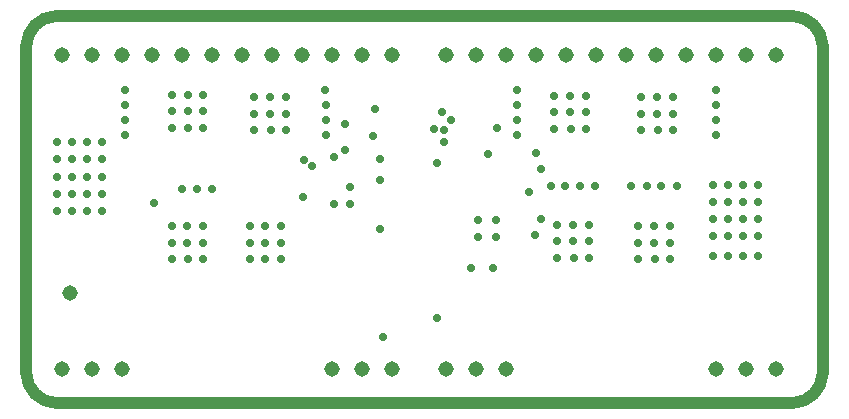
<source format=gbr>
G04*
G04 #@! TF.GenerationSoftware,Altium Limited,Altium Designer,23.8.1 (32)*
G04*
G04 Layer_Physical_Order=3*
G04 Layer_Color=128*
%FSLAX25Y25*%
%MOIN*%
G70*
G04*
G04 #@! TF.SameCoordinates,08085802-0E6A-4E4E-A806-44F487ACA516*
G04*
G04*
G04 #@! TF.FilePolarity,Negative*
G04*
G01*
G75*
%ADD72C,0.04000*%
%ADD73C,0.05143*%
%ADD74C,0.02800*%
D72*
X175000Y194499D02*
G03*
X185000Y184500I10250J251D01*
G01*
X430501Y184500D02*
G03*
X440500Y194500I-251J10250D01*
G01*
X440500Y303501D02*
G03*
X430500Y313500I-10250J-251D01*
G01*
X184999Y313500D02*
G03*
X175000Y303500I251J-10250D01*
G01*
X185000Y184500D02*
X430501Y184500D01*
X440500Y303501D02*
X440500Y194500D01*
X184999Y313500D02*
X430500Y313500D01*
X175000Y194499D02*
X175000Y303500D01*
D73*
X189720Y221200D02*
D03*
X297000Y196000D02*
D03*
X287000D02*
D03*
X277000D02*
D03*
X207000D02*
D03*
X197000D02*
D03*
X187000D02*
D03*
X315000D02*
D03*
X325000D02*
D03*
X335000D02*
D03*
X405000D02*
D03*
X415000D02*
D03*
X425000D02*
D03*
X315000Y300500D02*
D03*
X325000D02*
D03*
X335000D02*
D03*
X345000D02*
D03*
X355000D02*
D03*
X365000D02*
D03*
X375000D02*
D03*
X385000D02*
D03*
X395000D02*
D03*
X405000D02*
D03*
X415000D02*
D03*
X425000D02*
D03*
X187000D02*
D03*
X197000D02*
D03*
X207000D02*
D03*
X217000D02*
D03*
X227000D02*
D03*
X237000D02*
D03*
X247000D02*
D03*
X257000D02*
D03*
X267000D02*
D03*
X277000D02*
D03*
X287000D02*
D03*
X297000D02*
D03*
D74*
X409000Y233600D02*
D03*
X404000D02*
D03*
X414000D02*
D03*
X419000D02*
D03*
X404000Y257275D02*
D03*
Y240250D02*
D03*
Y245925D02*
D03*
Y251600D02*
D03*
X409000Y257275D02*
D03*
Y240250D02*
D03*
Y245925D02*
D03*
Y251600D02*
D03*
X414000D02*
D03*
Y257275D02*
D03*
X419000Y251600D02*
D03*
Y257275D02*
D03*
X414000Y240250D02*
D03*
Y245925D02*
D03*
X419000Y240250D02*
D03*
Y245925D02*
D03*
X185200Y254325D02*
D03*
X195200Y271350D02*
D03*
X185200Y260000D02*
D03*
Y265675D02*
D03*
Y271350D02*
D03*
X190200Y254325D02*
D03*
Y260000D02*
D03*
Y265675D02*
D03*
Y271350D02*
D03*
X195200Y248650D02*
D03*
Y254325D02*
D03*
Y260000D02*
D03*
Y265675D02*
D03*
X185200Y248650D02*
D03*
X200200Y254325D02*
D03*
X190200Y248650D02*
D03*
X200200D02*
D03*
Y260000D02*
D03*
Y265675D02*
D03*
Y271350D02*
D03*
X330600Y229400D02*
D03*
X323347Y229500D02*
D03*
X314200Y275600D02*
D03*
X331800Y276300D02*
D03*
X329000Y267500D02*
D03*
X311000Y276000D02*
D03*
X314106Y271606D02*
D03*
X312000Y264389D02*
D03*
X293000Y259000D02*
D03*
X217500Y251200D02*
D03*
X226858Y256000D02*
D03*
X267200Y253282D02*
D03*
X267600Y265500D02*
D03*
X270200Y263600D02*
D03*
X231929Y256000D02*
D03*
X237000D02*
D03*
X346500Y246000D02*
D03*
X342500Y255000D02*
D03*
X376622Y257000D02*
D03*
X350000D02*
D03*
X364756D02*
D03*
X313500Y281500D02*
D03*
X316500Y279000D02*
D03*
X312000Y213000D02*
D03*
X325500Y240000D02*
D03*
Y245500D02*
D03*
X294000Y206500D02*
D03*
X293000Y242500D02*
D03*
X274900Y274000D02*
D03*
Y279000D02*
D03*
Y284000D02*
D03*
X274500Y289000D02*
D03*
X346500Y262500D02*
D03*
X293000Y266000D02*
D03*
X290500Y273500D02*
D03*
X357250Y244000D02*
D03*
X352000D02*
D03*
X381872Y256872D02*
D03*
X354756Y257000D02*
D03*
X359756D02*
D03*
X277511Y266390D02*
D03*
X331700Y245500D02*
D03*
Y240000D02*
D03*
X345000Y268000D02*
D03*
X338500Y274000D02*
D03*
X344729Y240618D02*
D03*
X281358Y277358D02*
D03*
X281217Y268717D02*
D03*
X282941Y256500D02*
D03*
Y251000D02*
D03*
X291104Y282368D02*
D03*
X405000Y289000D02*
D03*
X405000Y274000D02*
D03*
Y279000D02*
D03*
Y284000D02*
D03*
X338500Y284000D02*
D03*
Y279000D02*
D03*
Y289000D02*
D03*
X208000D02*
D03*
Y284000D02*
D03*
Y279000D02*
D03*
Y274000D02*
D03*
X386500Y256872D02*
D03*
X391872D02*
D03*
X228785Y281673D02*
D03*
Y287173D02*
D03*
X223535D02*
D03*
Y276173D02*
D03*
X229035D02*
D03*
X223535Y281673D02*
D03*
X234035Y276173D02*
D03*
Y287173D02*
D03*
Y281673D02*
D03*
X256250Y281000D02*
D03*
Y286500D02*
D03*
X251000D02*
D03*
Y275500D02*
D03*
X256500D02*
D03*
X251000Y281000D02*
D03*
X261500Y275500D02*
D03*
Y286500D02*
D03*
Y281000D02*
D03*
X356250Y281500D02*
D03*
Y287000D02*
D03*
X351000D02*
D03*
Y276000D02*
D03*
X356500D02*
D03*
X351000Y281500D02*
D03*
X361500Y276000D02*
D03*
Y287000D02*
D03*
Y281500D02*
D03*
X385250Y281000D02*
D03*
Y286500D02*
D03*
X380000D02*
D03*
Y275500D02*
D03*
X385500D02*
D03*
X380000Y281000D02*
D03*
X390500Y275500D02*
D03*
Y286500D02*
D03*
Y281000D02*
D03*
X357250Y238500D02*
D03*
X352000Y233000D02*
D03*
X357500D02*
D03*
X352000Y238500D02*
D03*
X362500Y233000D02*
D03*
Y244000D02*
D03*
Y238500D02*
D03*
X384250Y238000D02*
D03*
Y243500D02*
D03*
X379000D02*
D03*
Y232500D02*
D03*
X384500D02*
D03*
X379000Y238000D02*
D03*
X389500Y232500D02*
D03*
Y243500D02*
D03*
Y238000D02*
D03*
X228750D02*
D03*
Y243500D02*
D03*
X223500D02*
D03*
Y232500D02*
D03*
X229000D02*
D03*
X223500Y238000D02*
D03*
X234000Y232500D02*
D03*
Y243500D02*
D03*
Y238000D02*
D03*
X254750D02*
D03*
Y243500D02*
D03*
X249500D02*
D03*
Y232500D02*
D03*
X254750D02*
D03*
X249500Y238000D02*
D03*
X260000Y232500D02*
D03*
Y243500D02*
D03*
Y238000D02*
D03*
X277441Y251000D02*
D03*
M02*

</source>
